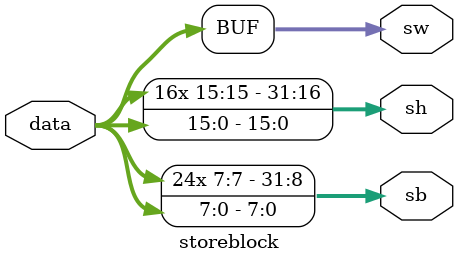
<source format=v>
`timescale 1ns / 1ns

module storeblock(data,sb,sh,sw);

input [31:0] data;
output reg [31:0] sb,sh,sw;

always@(*)
begin

sb = {data[7],data[7],data[7],data[7],data[7],data[7],data[7],data[7],data[7],data[7],data[7],data[7],data[7],data[7],data[7],data[7],data[7],data[7],data[7],data[7],data[7],data[7],data[7],data[7],data[7:0]};
sh = {data[15],data[15],data[15],data[15],data[15],data[15],data[15],data[15],data[15],data[15],data[15],data[15],data[15],data[15],data[15],data[15],data[15:0]};
sw = data[31:0];


end
endmodule

</source>
